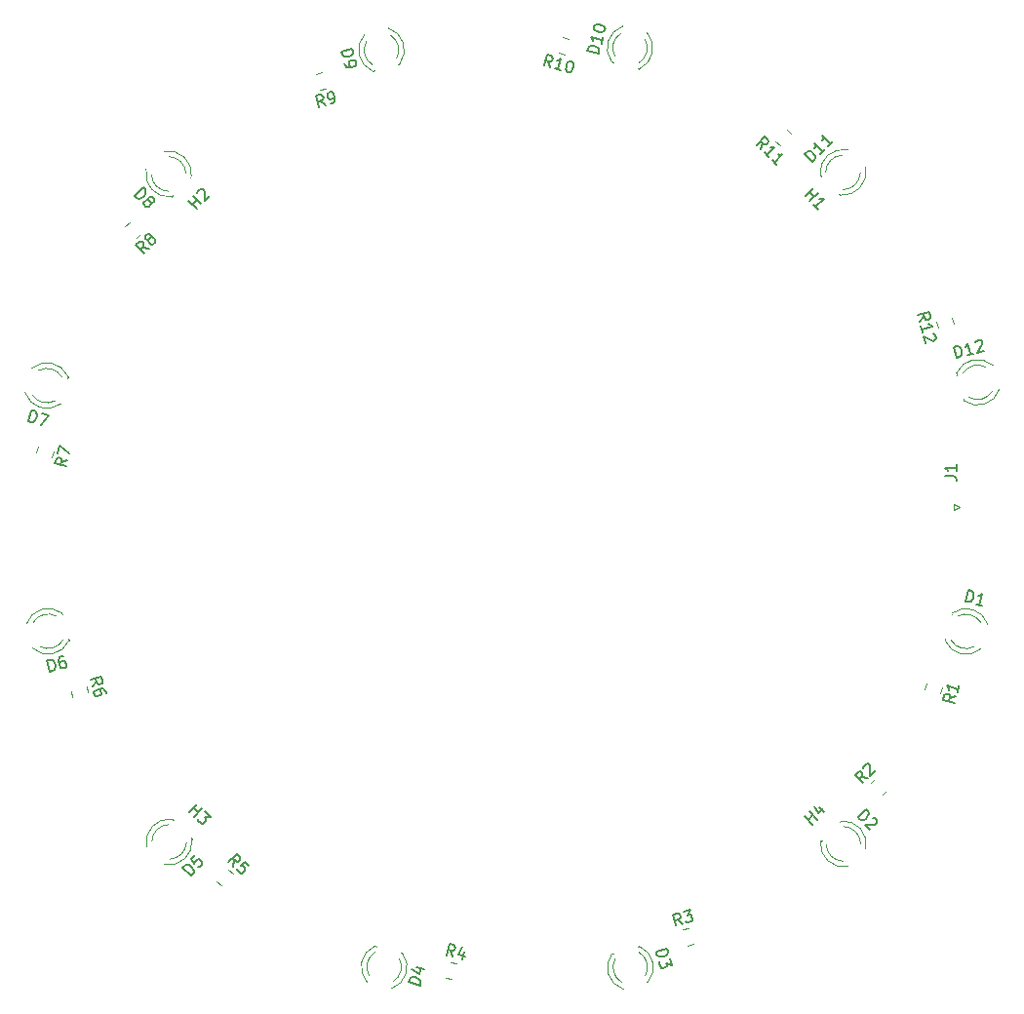
<source format=gbr>
G04 #@! TF.GenerationSoftware,KiCad,Pcbnew,5.1.5-52549c5~84~ubuntu18.04.1*
G04 #@! TF.CreationDate,2020-04-11T00:10:23+01:00*
G04 #@! TF.ProjectId,ambient,616d6269-656e-4742-9e6b-696361645f70,rev?*
G04 #@! TF.SameCoordinates,Original*
G04 #@! TF.FileFunction,Legend,Top*
G04 #@! TF.FilePolarity,Positive*
%FSLAX46Y46*%
G04 Gerber Fmt 4.6, Leading zero omitted, Abs format (unit mm)*
G04 Created by KiCad (PCBNEW 5.1.5-52549c5~84~ubuntu18.04.1) date 2020-04-11 00:10:23*
%MOMM*%
%LPD*%
G04 APERTURE LIST*
%ADD10C,0.120000*%
%ADD11C,0.150000*%
G04 APERTURE END LIST*
D10*
X187397100Y-84446038D02*
X187261866Y-83941337D01*
X188768714Y-84078515D02*
X188633480Y-83573814D01*
X174677001Y-67622883D02*
X174307535Y-67253417D01*
X173672909Y-68626975D02*
X173303443Y-68257509D01*
X155341584Y-59365570D02*
X154836883Y-59230336D01*
X154974061Y-60737184D02*
X154469360Y-60601950D01*
X133913161Y-62298337D02*
X133408460Y-62433571D01*
X134280684Y-63669951D02*
X133775983Y-63805185D01*
X117204324Y-75292669D02*
X116834858Y-75662135D01*
X118208416Y-76296761D02*
X117838950Y-76666227D01*
X109253197Y-94804863D02*
X109117963Y-95309564D01*
X110624811Y-95172386D02*
X110489577Y-95677087D01*
X112121260Y-115991804D02*
X112256494Y-116496505D01*
X113492874Y-115624281D02*
X113628108Y-116128982D01*
X124809405Y-132523864D02*
X125178871Y-132893330D01*
X125813497Y-131519772D02*
X126182963Y-131889238D01*
X144692490Y-140893249D02*
X145197191Y-141028483D01*
X145060013Y-139521635D02*
X145564714Y-139656869D01*
X165270427Y-136718277D02*
X165775128Y-136583043D01*
X165637950Y-138089891D02*
X166142651Y-137954657D01*
X181577706Y-124002615D02*
X181947172Y-123633149D01*
X182581798Y-125006707D02*
X182951264Y-124637241D01*
X186381810Y-115313888D02*
X186246576Y-115818589D01*
X187753424Y-115681411D02*
X187618190Y-116186112D01*
X189290000Y-100000000D02*
X188790000Y-99750000D01*
X188790000Y-99750000D02*
X188790000Y-100250000D01*
X188790000Y-100250000D02*
X189290000Y-100000000D01*
X189619402Y-90636086D02*
X189659778Y-90786771D01*
X189019977Y-88399002D02*
X189060353Y-88549687D01*
X192131858Y-89962708D02*
G75*
G02X190120755Y-90501749I-1285136J773579D01*
G01*
X191572895Y-87876621D02*
G75*
G03X189561706Y-88415349I-726173J-1312508D01*
G01*
X192741237Y-89798152D02*
G75*
G02X189659653Y-90786303I-1894515J609023D01*
G01*
X192182909Y-87714441D02*
G75*
G03X189020102Y-88399470I-1336187J-1474688D01*
G01*
X179579544Y-69012516D02*
G75*
G03X177182987Y-71187173I-419828J-1945212D01*
G01*
X181104928Y-70537900D02*
G75*
G02X178930271Y-72934457I-1945212J-419828D01*
G01*
X179132345Y-69457978D02*
G75*
G03X177659970Y-70930124I27371J-1499750D01*
G01*
X180659466Y-70985099D02*
G75*
G02X179187320Y-72457474I-1499750J27371D01*
G01*
X177182645Y-71186831D02*
X177292954Y-71297140D01*
X178820304Y-72824490D02*
X178930613Y-72934799D01*
X160061269Y-58265865D02*
G75*
G03X159073118Y-61347449I609023J-1894515D01*
G01*
X162144980Y-58824193D02*
G75*
G02X161459951Y-61987000I-1474688J-1336187D01*
G01*
X159896713Y-58875244D02*
G75*
G03X159357672Y-60886347I773579J-1285136D01*
G01*
X161982800Y-59434207D02*
G75*
G02X161444072Y-61445396I-1312508J-726173D01*
G01*
X159072650Y-61347324D02*
X159223335Y-61387700D01*
X161309734Y-61946749D02*
X161460419Y-61987125D01*
X137619406Y-58994168D02*
G75*
G03X138304435Y-62156975I1474688J-1336187D01*
G01*
X139703117Y-58435840D02*
G75*
G02X140691268Y-61517424I-609023J-1894515D01*
G01*
X137781586Y-59604182D02*
G75*
G03X138320314Y-61615371I1312508J-726173D01*
G01*
X139867673Y-59045219D02*
G75*
G02X140406714Y-61056322I-773579J-1285136D01*
G01*
X138303967Y-62157100D02*
X138454652Y-62116724D01*
X140541051Y-61557675D02*
X140691736Y-61517299D01*
X118671527Y-70679619D02*
G75*
G03X120846184Y-73076176I1945212J-419828D01*
G01*
X120196911Y-69154235D02*
G75*
G02X122593468Y-71328892I419828J-1945212D01*
G01*
X119116989Y-71126818D02*
G75*
G03X120589135Y-72599193I1499750J27371D01*
G01*
X120644110Y-69599697D02*
G75*
G02X122116485Y-71071843I-27371J-1499750D01*
G01*
X120845842Y-73076518D02*
X120956151Y-72966209D01*
X122483501Y-71438859D02*
X122593810Y-71328550D01*
X108153493Y-90085178D02*
G75*
G03X111235077Y-91073329I1894515J609023D01*
G01*
X108711821Y-88001467D02*
G75*
G02X111874628Y-88686496I1336187J-1474688D01*
G01*
X108762872Y-90249734D02*
G75*
G03X110773975Y-90788775I1285136J773579D01*
G01*
X109321835Y-88163647D02*
G75*
G02X111333024Y-88702375I726173J-1312508D01*
G01*
X111234952Y-91073797D02*
X111275328Y-90923112D01*
X111834377Y-88836713D02*
X111874753Y-88686028D01*
X108817091Y-112285559D02*
G75*
G03X111979898Y-111600530I1336187J1474688D01*
G01*
X108258763Y-110201848D02*
G75*
G02X111340347Y-109213697I1894515J-609023D01*
G01*
X109427105Y-112123379D02*
G75*
G03X111438294Y-111584651I726173J1312508D01*
G01*
X108868142Y-110037292D02*
G75*
G02X110879245Y-109498251I1285136J-773579D01*
G01*
X111980023Y-111600998D02*
X111939647Y-111450313D01*
X111380598Y-109363914D02*
X111340222Y-109213229D01*
X120244937Y-131043644D02*
G75*
G03X122641494Y-128868987I419828J1945212D01*
G01*
X118719553Y-129518260D02*
G75*
G02X120894210Y-127121703I1945212J419828D01*
G01*
X120692136Y-130598182D02*
G75*
G03X122164511Y-129126036I-27371J1499750D01*
G01*
X119165015Y-129071061D02*
G75*
G02X120637161Y-127598686I1499750J-27371D01*
G01*
X122641836Y-128869329D02*
X122531527Y-128759020D01*
X121004177Y-127231670D02*
X120893868Y-127121361D01*
X139933983Y-141848065D02*
G75*
G03X140922134Y-138766481I-609023J1894515D01*
G01*
X137850272Y-141289737D02*
G75*
G02X138535301Y-138126930I1474688J1336187D01*
G01*
X140098539Y-141238686D02*
G75*
G03X140637580Y-139227583I-773579J1285136D01*
G01*
X138012452Y-140679723D02*
G75*
G02X138551180Y-138668534I1312508J726173D01*
G01*
X140922602Y-138766606D02*
X140771917Y-138726230D01*
X138685518Y-138167181D02*
X138534833Y-138126805D01*
X162173187Y-141329356D02*
G75*
G03X161488158Y-138166549I-1474688J1336187D01*
G01*
X160089476Y-141887684D02*
G75*
G02X159101325Y-138806100I609023J1894515D01*
G01*
X162011007Y-140719342D02*
G75*
G03X161472279Y-138708153I-1312508J726173D01*
G01*
X159924920Y-141278305D02*
G75*
G02X159385879Y-139267202I773579J1285136D01*
G01*
X161488626Y-138166424D02*
X161337941Y-138206800D01*
X159251542Y-138765849D02*
X159100857Y-138806225D01*
X181133931Y-129691916D02*
G75*
G03X178959274Y-127295359I-1945212J419828D01*
G01*
X179608547Y-131217300D02*
G75*
G02X177211990Y-129042643I-419828J1945212D01*
G01*
X180688469Y-129244717D02*
G75*
G03X179216323Y-127772342I-1499750J-27371D01*
G01*
X179161348Y-130771838D02*
G75*
G02X177688973Y-129299692I27371J1499750D01*
G01*
X178959616Y-127295017D02*
X178849307Y-127405326D01*
X177321957Y-128932676D02*
X177211648Y-129042985D01*
X191735693Y-110212464D02*
G75*
G03X188654109Y-109224313I-1894515J-609023D01*
G01*
X191177365Y-112296175D02*
G75*
G02X188014558Y-111611146I-1336187J1474688D01*
G01*
X191126314Y-110047908D02*
G75*
G03X189115211Y-109508867I-1285136J-773579D01*
G01*
X190567351Y-112133995D02*
G75*
G02X188556162Y-111595267I-726173J1312508D01*
G01*
X188654234Y-109223845D02*
X188613858Y-109374530D01*
X188054809Y-111460929D02*
X188014433Y-111611614D01*
D11*
X176509770Y-127587266D02*
X175802663Y-126880159D01*
X176139381Y-127216877D02*
X176543442Y-126812816D01*
X176913831Y-127183205D02*
X176206724Y-126476098D01*
X177082190Y-126072037D02*
X177553594Y-126543442D01*
X176644457Y-125971022D02*
X176981175Y-126644457D01*
X177418907Y-126206724D01*
X122412733Y-126509770D02*
X123119840Y-125802663D01*
X122783122Y-126139381D02*
X123187183Y-126543442D01*
X122816794Y-126913831D02*
X123523901Y-126206724D01*
X123793275Y-126476098D02*
X124231007Y-126913831D01*
X123725931Y-126947503D01*
X123826946Y-127048518D01*
X123860618Y-127149533D01*
X123860618Y-127216877D01*
X123826946Y-127317892D01*
X123658588Y-127486251D01*
X123557572Y-127519923D01*
X123490229Y-127519923D01*
X123389214Y-127486251D01*
X123187183Y-127284220D01*
X123153511Y-127183205D01*
X123153511Y-127115862D01*
X123052496Y-74129992D02*
X122345389Y-73422885D01*
X122682107Y-73759603D02*
X123086168Y-73355542D01*
X123456557Y-73725931D02*
X122749450Y-73018824D01*
X123119840Y-72783122D02*
X123119840Y-72715779D01*
X123153511Y-72614763D01*
X123321870Y-72446405D01*
X123422885Y-72412733D01*
X123490229Y-72412733D01*
X123591244Y-72446405D01*
X123658588Y-72513748D01*
X123725931Y-72648435D01*
X123725931Y-73456557D01*
X124163664Y-73018824D01*
X175870007Y-73052496D02*
X176577114Y-72345389D01*
X176240396Y-72682107D02*
X176644457Y-73086168D01*
X176274068Y-73456557D02*
X176981175Y-72749450D01*
X176981175Y-74163664D02*
X176577114Y-73759603D01*
X176779144Y-73961633D02*
X177486251Y-73254527D01*
X177317892Y-73288198D01*
X177183205Y-73288198D01*
X177082190Y-73254527D01*
X185818161Y-83933109D02*
X186191853Y-83487887D01*
X185670265Y-83381151D02*
X186636191Y-83122332D01*
X186734788Y-83490304D01*
X186713441Y-83594622D01*
X186679770Y-83652943D01*
X186600101Y-83723589D01*
X186462112Y-83760563D01*
X186357794Y-83739216D01*
X186299473Y-83705544D01*
X186228827Y-83625876D01*
X186130229Y-83257904D01*
X186064656Y-84853038D02*
X185916759Y-84301081D01*
X185990707Y-84577060D02*
X186956633Y-84318240D01*
X186793994Y-84263222D01*
X186677352Y-84195878D01*
X186606706Y-84116210D01*
X187037186Y-84986840D02*
X187095508Y-85020512D01*
X187166153Y-85100180D01*
X187227777Y-85330163D01*
X187206430Y-85434480D01*
X187172758Y-85492802D01*
X187093090Y-85563448D01*
X187001097Y-85588097D01*
X186850783Y-85579075D01*
X186150929Y-85175014D01*
X186311150Y-85772968D01*
X172049045Y-68972234D02*
X172150060Y-68399815D01*
X171644984Y-68568173D02*
X172352091Y-67861067D01*
X172621465Y-68130441D01*
X172655137Y-68231456D01*
X172655137Y-68298799D01*
X172621465Y-68399815D01*
X172520450Y-68500830D01*
X172419434Y-68534502D01*
X172352091Y-68534502D01*
X172251076Y-68500830D01*
X171981702Y-68231456D01*
X172722480Y-69645670D02*
X172318419Y-69241609D01*
X172520450Y-69443639D02*
X173227557Y-68736532D01*
X173059198Y-68770204D01*
X172924511Y-68770204D01*
X172823496Y-68736532D01*
X173395915Y-70319105D02*
X172991854Y-69915044D01*
X173193885Y-70117074D02*
X173900992Y-69409967D01*
X173732633Y-69443639D01*
X173597946Y-69443639D01*
X173496931Y-69409967D01*
X153740383Y-61848120D02*
X153541655Y-61301883D01*
X153188426Y-61700224D02*
X153447245Y-60734298D01*
X153815217Y-60832896D01*
X153894885Y-60903541D01*
X153928557Y-60961863D01*
X153949904Y-61066180D01*
X153912929Y-61204170D01*
X153842284Y-61283838D01*
X153783962Y-61317510D01*
X153679645Y-61338857D01*
X153311673Y-61240259D01*
X154660313Y-62094615D02*
X154108355Y-61946718D01*
X154384334Y-62020666D02*
X154643153Y-61054740D01*
X154514186Y-61168080D01*
X154397544Y-61235424D01*
X154293226Y-61256771D01*
X155517086Y-61288910D02*
X155609079Y-61313560D01*
X155688747Y-61384205D01*
X155722419Y-61442527D01*
X155743766Y-61546844D01*
X155740463Y-61743155D01*
X155678840Y-61973137D01*
X155583544Y-62144798D01*
X155512899Y-62224467D01*
X155454577Y-62258138D01*
X155350260Y-62279485D01*
X155258267Y-62254836D01*
X155178599Y-62184190D01*
X155144927Y-62125869D01*
X155123580Y-62021551D01*
X155126882Y-61825241D01*
X155188506Y-61595258D01*
X155283801Y-61423597D01*
X155354447Y-61343929D01*
X155412768Y-61310257D01*
X155517086Y-61288910D01*
X134227720Y-65125641D02*
X133782497Y-64751950D01*
X133675762Y-65273538D02*
X133416943Y-64307612D01*
X133784915Y-64209014D01*
X133889232Y-64230362D01*
X133947554Y-64264033D01*
X134018199Y-64343701D01*
X134055174Y-64481691D01*
X134033827Y-64586009D01*
X134000155Y-64644330D01*
X133920487Y-64714976D01*
X133552515Y-64813573D01*
X134687684Y-65002394D02*
X134871670Y-64953095D01*
X134951338Y-64882450D01*
X134985010Y-64824128D01*
X135040029Y-64661490D01*
X135036727Y-64465179D01*
X134938129Y-64097207D01*
X134867483Y-64017539D01*
X134809162Y-63983867D01*
X134704844Y-63962520D01*
X134520858Y-64011819D01*
X134441190Y-64082465D01*
X134407518Y-64140786D01*
X134386171Y-64245104D01*
X134447795Y-64475086D01*
X134518441Y-64554754D01*
X134576762Y-64588426D01*
X134681080Y-64609773D01*
X134865065Y-64560474D01*
X134944734Y-64489828D01*
X134978405Y-64431507D01*
X134999752Y-64327190D01*
X118890393Y-77583906D02*
X118317973Y-77482891D01*
X118486332Y-77987967D02*
X117779225Y-77280861D01*
X118048599Y-77011486D01*
X118149614Y-76977815D01*
X118216958Y-76977815D01*
X118317973Y-77011486D01*
X118418988Y-77112502D01*
X118452660Y-77213517D01*
X118452660Y-77280861D01*
X118418988Y-77381876D01*
X118149614Y-77651250D01*
X118890393Y-76775784D02*
X118789378Y-76809456D01*
X118722034Y-76809456D01*
X118621019Y-76775784D01*
X118587347Y-76742112D01*
X118553675Y-76641097D01*
X118553675Y-76573754D01*
X118587347Y-76472738D01*
X118722034Y-76338051D01*
X118823050Y-76304380D01*
X118890393Y-76304380D01*
X118991408Y-76338051D01*
X119025080Y-76371723D01*
X119058752Y-76472738D01*
X119058752Y-76540082D01*
X119025080Y-76641097D01*
X118890393Y-76775784D01*
X118856721Y-76876799D01*
X118856721Y-76944143D01*
X118890393Y-77045158D01*
X119025080Y-77179845D01*
X119126095Y-77213517D01*
X119193439Y-77213517D01*
X119294454Y-77179845D01*
X119429141Y-77045158D01*
X119462813Y-76944143D01*
X119462813Y-76876799D01*
X119429141Y-76775784D01*
X119294454Y-76641097D01*
X119193439Y-76607425D01*
X119126095Y-76607425D01*
X119025080Y-76641097D01*
X111858994Y-95946098D02*
X111312757Y-96144826D01*
X111711098Y-96498056D02*
X110745172Y-96239237D01*
X110843770Y-95871265D01*
X110914416Y-95791597D01*
X110972737Y-95757925D01*
X111077054Y-95736578D01*
X111215044Y-95773552D01*
X111294712Y-95844198D01*
X111328384Y-95902519D01*
X111349731Y-96006837D01*
X111251133Y-96374808D01*
X110979342Y-95365304D02*
X111151888Y-94721353D01*
X112006891Y-95394140D01*
X113988359Y-115589439D02*
X114362050Y-115144216D01*
X113840462Y-115037481D02*
X114806388Y-114778662D01*
X114904986Y-115146634D01*
X114883638Y-115250951D01*
X114849967Y-115309273D01*
X114770299Y-115379918D01*
X114632309Y-115416893D01*
X114527991Y-115395546D01*
X114469670Y-115361874D01*
X114399024Y-115282206D01*
X114300427Y-114914234D01*
X115176129Y-116158556D02*
X115126830Y-115974570D01*
X115056185Y-115894902D01*
X114997863Y-115861230D01*
X114835224Y-115806211D01*
X114638914Y-115809514D01*
X114270942Y-115908112D01*
X114191274Y-115978757D01*
X114157602Y-116037079D01*
X114136255Y-116141396D01*
X114185554Y-116325382D01*
X114256200Y-116405050D01*
X114314521Y-116438722D01*
X114418839Y-116460069D01*
X114648821Y-116398446D01*
X114728489Y-116327800D01*
X114762161Y-116269478D01*
X114783508Y-116165161D01*
X114734209Y-115981175D01*
X114663563Y-115901507D01*
X114605242Y-115867835D01*
X114500924Y-115846488D01*
X126225177Y-131241855D02*
X126326192Y-130669435D01*
X125821116Y-130837794D02*
X126528222Y-130130687D01*
X126797597Y-130400061D01*
X126831268Y-130501076D01*
X126831268Y-130568420D01*
X126797597Y-130669435D01*
X126696581Y-130770450D01*
X126595566Y-130804122D01*
X126528222Y-130804122D01*
X126427207Y-130770450D01*
X126157833Y-130501076D01*
X127572047Y-131174512D02*
X127235329Y-130837794D01*
X126864940Y-131140840D01*
X126932284Y-131140840D01*
X127033299Y-131174512D01*
X127201658Y-131342870D01*
X127235329Y-131443886D01*
X127235329Y-131511229D01*
X127201658Y-131612244D01*
X127033299Y-131780603D01*
X126932284Y-131814275D01*
X126864940Y-131814275D01*
X126763925Y-131780603D01*
X126595566Y-131612244D01*
X126561894Y-131511229D01*
X126561894Y-131443886D01*
X145277580Y-139075110D02*
X145078852Y-138528873D01*
X144725622Y-138927214D02*
X144984441Y-137961288D01*
X145352413Y-138059886D01*
X145432081Y-138130532D01*
X145465753Y-138188853D01*
X145487100Y-138293170D01*
X145450126Y-138431160D01*
X145379480Y-138510828D01*
X145321159Y-138544500D01*
X145216841Y-138565847D01*
X144848870Y-138467249D01*
X146278063Y-138653005D02*
X146105516Y-139296955D01*
X146146678Y-138223409D02*
X145731825Y-138851733D01*
X146329779Y-139011954D01*
X165235585Y-136222791D02*
X164790362Y-135849100D01*
X164683627Y-136370688D02*
X164424808Y-135404762D01*
X164792780Y-135306164D01*
X164897097Y-135327512D01*
X164955419Y-135361183D01*
X165026064Y-135440851D01*
X165063039Y-135578841D01*
X165041692Y-135683159D01*
X165008020Y-135741480D01*
X164928352Y-135812126D01*
X164560380Y-135910723D01*
X165298741Y-135170593D02*
X165896695Y-135010371D01*
X165673317Y-135464616D01*
X165811307Y-135427642D01*
X165915624Y-135448989D01*
X165973946Y-135482661D01*
X166044592Y-135562329D01*
X166106215Y-135792311D01*
X166084868Y-135896629D01*
X166051196Y-135954950D01*
X165971528Y-136025596D01*
X165695549Y-136099544D01*
X165591232Y-136078197D01*
X165532911Y-136044526D01*
X181299789Y-123590934D02*
X180727369Y-123489919D01*
X180895728Y-123994995D02*
X180188621Y-123287889D01*
X180457995Y-123018514D01*
X180559010Y-122984843D01*
X180626354Y-122984843D01*
X180727369Y-123018514D01*
X180828384Y-123119530D01*
X180862056Y-123220545D01*
X180862056Y-123287889D01*
X180828384Y-123388904D01*
X180559010Y-123658278D01*
X180929400Y-122681797D02*
X180929400Y-122614453D01*
X180963071Y-122513438D01*
X181131430Y-122345079D01*
X181232446Y-122311408D01*
X181299789Y-122311408D01*
X181400804Y-122345079D01*
X181468148Y-122412423D01*
X181535491Y-122547110D01*
X181535491Y-123355232D01*
X181973224Y-122917499D01*
X188987607Y-116455123D02*
X188441370Y-116653851D01*
X188839711Y-117007081D02*
X187873785Y-116748262D01*
X187972383Y-116380290D01*
X188043029Y-116300622D01*
X188101350Y-116266950D01*
X188205667Y-116245603D01*
X188343657Y-116282577D01*
X188423325Y-116353223D01*
X188456997Y-116411544D01*
X188478344Y-116515862D01*
X188379746Y-116883833D01*
X189234102Y-115535194D02*
X189086205Y-116087151D01*
X189160153Y-115811172D02*
X188194228Y-115552353D01*
X188307568Y-115681320D01*
X188374911Y-115797963D01*
X188396258Y-115902280D01*
X187992380Y-97333333D02*
X188706666Y-97333333D01*
X188849523Y-97380952D01*
X188944761Y-97476190D01*
X188992380Y-97619047D01*
X188992380Y-97714285D01*
X188992380Y-96333333D02*
X188992380Y-96904761D01*
X188992380Y-96619047D02*
X187992380Y-96619047D01*
X188135238Y-96714285D01*
X188230476Y-96809523D01*
X188278095Y-96904761D01*
X189024791Y-87081234D02*
X188765972Y-86115308D01*
X188995955Y-86053685D01*
X189146269Y-86062707D01*
X189262911Y-86130051D01*
X189333557Y-86209719D01*
X189428852Y-86381380D01*
X189465827Y-86519369D01*
X189469129Y-86715680D01*
X189447782Y-86819998D01*
X189380438Y-86936640D01*
X189254774Y-87019611D01*
X189024791Y-87081234D01*
X190496678Y-86686843D02*
X189944721Y-86834740D01*
X190220700Y-86760792D02*
X189961880Y-85794866D01*
X189906862Y-85957505D01*
X189839518Y-86074147D01*
X189759850Y-86144793D01*
X190630480Y-85714313D02*
X190664152Y-85655991D01*
X190743820Y-85585346D01*
X190973803Y-85523722D01*
X191078120Y-85545069D01*
X191136442Y-85578741D01*
X191207088Y-85658409D01*
X191231737Y-85750402D01*
X191222715Y-85900716D01*
X190818654Y-86600570D01*
X191416608Y-86440349D01*
X176527931Y-70043203D02*
X175820825Y-69336096D01*
X175989183Y-69167737D01*
X176123870Y-69100394D01*
X176258557Y-69100394D01*
X176359573Y-69134066D01*
X176527931Y-69235081D01*
X176628947Y-69336096D01*
X176729962Y-69504455D01*
X176763634Y-69605470D01*
X176763634Y-69740157D01*
X176696290Y-69874844D01*
X176527931Y-70043203D01*
X177605428Y-68965707D02*
X177201367Y-69369768D01*
X177403397Y-69167737D02*
X176696290Y-68460630D01*
X176729962Y-68628989D01*
X176729962Y-68763676D01*
X176696290Y-68864692D01*
X178278863Y-68292272D02*
X177874802Y-68696333D01*
X178076832Y-68494302D02*
X177369725Y-67787195D01*
X177403397Y-67955554D01*
X177403397Y-68090241D01*
X177369725Y-68191256D01*
X157933838Y-60684270D02*
X156967912Y-60425451D01*
X157029535Y-60195469D01*
X157112506Y-60069804D01*
X157229148Y-60002461D01*
X157333466Y-59981114D01*
X157529777Y-59984416D01*
X157667766Y-60021390D01*
X157839427Y-60116686D01*
X157919095Y-60187331D01*
X157986439Y-60303974D01*
X157995461Y-60454288D01*
X157933838Y-60684270D01*
X158328229Y-59212383D02*
X158180332Y-59764341D01*
X158254280Y-59488362D02*
X157288354Y-59229543D01*
X157401694Y-59358510D01*
X157469038Y-59475152D01*
X157490385Y-59579470D01*
X157522524Y-58355610D02*
X157547174Y-58263617D01*
X157617819Y-58183949D01*
X157676141Y-58150277D01*
X157780458Y-58128930D01*
X157976769Y-58132233D01*
X158206751Y-58193856D01*
X158378412Y-58289152D01*
X158458081Y-58359797D01*
X158491752Y-58418119D01*
X158513099Y-58522436D01*
X158488450Y-58614429D01*
X158417804Y-58694097D01*
X158359483Y-58727769D01*
X158255165Y-58749116D01*
X158058855Y-58745814D01*
X157828872Y-58684190D01*
X157657211Y-58588895D01*
X157577543Y-58518249D01*
X157543871Y-58459928D01*
X157522524Y-58355610D01*
X135606953Y-60500599D02*
X136572879Y-60241780D01*
X136634502Y-60471762D01*
X136625480Y-60622076D01*
X136558137Y-60738719D01*
X136478468Y-60809365D01*
X136306807Y-60904660D01*
X136168818Y-60941634D01*
X135972507Y-60944937D01*
X135868190Y-60923590D01*
X135751547Y-60856246D01*
X135668577Y-60730581D01*
X135606953Y-60500599D01*
X135878097Y-61512521D02*
X135927396Y-61696507D01*
X135998041Y-61776175D01*
X136056363Y-61809847D01*
X136219001Y-61864866D01*
X136415312Y-61861564D01*
X136783284Y-61762966D01*
X136862952Y-61692320D01*
X136896624Y-61633999D01*
X136917971Y-61529681D01*
X136868672Y-61345695D01*
X136798026Y-61266027D01*
X136739705Y-61232355D01*
X136635387Y-61211008D01*
X136405405Y-61272632D01*
X136325737Y-61343278D01*
X136292065Y-61401599D01*
X136270718Y-61505917D01*
X136320017Y-61689902D01*
X136390663Y-61769571D01*
X136448984Y-61803242D01*
X136553301Y-61824589D01*
X117681909Y-72990452D02*
X118389015Y-72283345D01*
X118557374Y-72451704D01*
X118624718Y-72586391D01*
X118624718Y-72721078D01*
X118591046Y-72822093D01*
X118490031Y-72990452D01*
X118389015Y-73091467D01*
X118220657Y-73192483D01*
X118119641Y-73226154D01*
X117984954Y-73226154D01*
X117850267Y-73158811D01*
X117681909Y-72990452D01*
X118894092Y-73394513D02*
X118860420Y-73293498D01*
X118860420Y-73226154D01*
X118894092Y-73125139D01*
X118927764Y-73091467D01*
X119028779Y-73057795D01*
X119096122Y-73057795D01*
X119197138Y-73091467D01*
X119331825Y-73226154D01*
X119365496Y-73327170D01*
X119365496Y-73394513D01*
X119331825Y-73495528D01*
X119298153Y-73529200D01*
X119197138Y-73562872D01*
X119129794Y-73562872D01*
X119028779Y-73529200D01*
X118894092Y-73394513D01*
X118793077Y-73360841D01*
X118725733Y-73360841D01*
X118624718Y-73394513D01*
X118490031Y-73529200D01*
X118456359Y-73630215D01*
X118456359Y-73697559D01*
X118490031Y-73798574D01*
X118624718Y-73933261D01*
X118725733Y-73966933D01*
X118793077Y-73966933D01*
X118894092Y-73933261D01*
X119028779Y-73798574D01*
X119062451Y-73697559D01*
X119062451Y-73630215D01*
X119028779Y-73529200D01*
X108451873Y-92581228D02*
X108710692Y-91615302D01*
X108940675Y-91676926D01*
X109066340Y-91759896D01*
X109133683Y-91876539D01*
X109155030Y-91980856D01*
X109151728Y-92177167D01*
X109114754Y-92315156D01*
X109019458Y-92486817D01*
X108948812Y-92566486D01*
X108832170Y-92633829D01*
X108681856Y-92642851D01*
X108451873Y-92581228D01*
X109584625Y-91849472D02*
X110228576Y-92022018D01*
X109555789Y-92877021D01*
X110323522Y-114298011D02*
X110064703Y-113332085D01*
X110294685Y-113270462D01*
X110444999Y-113279484D01*
X110561642Y-113346827D01*
X110632288Y-113426496D01*
X110727583Y-113598157D01*
X110764557Y-113736146D01*
X110767860Y-113932457D01*
X110746513Y-114036774D01*
X110679169Y-114153417D01*
X110553504Y-114236387D01*
X110323522Y-114298011D01*
X111444597Y-112962344D02*
X111260611Y-113011643D01*
X111180943Y-113082288D01*
X111147271Y-113140610D01*
X111092252Y-113303249D01*
X111095555Y-113499559D01*
X111194153Y-113867531D01*
X111264798Y-113947199D01*
X111323120Y-113980871D01*
X111427437Y-114002218D01*
X111611423Y-113952919D01*
X111691091Y-113882273D01*
X111724763Y-113823952D01*
X111746110Y-113719634D01*
X111684487Y-113489652D01*
X111613841Y-113409984D01*
X111555519Y-113376312D01*
X111451202Y-113354965D01*
X111267216Y-113404264D01*
X111187548Y-113474910D01*
X111153876Y-113533231D01*
X111132529Y-113637549D01*
X122555770Y-132033261D02*
X121848663Y-131326155D01*
X122017022Y-131157796D01*
X122151709Y-131090452D01*
X122286396Y-131090452D01*
X122387411Y-131124124D01*
X122555770Y-131225139D01*
X122656785Y-131326155D01*
X122757801Y-131494513D01*
X122791472Y-131595529D01*
X122791472Y-131730216D01*
X122724129Y-131864903D01*
X122555770Y-132033261D01*
X122892488Y-130282330D02*
X122555770Y-130619048D01*
X122858816Y-130989437D01*
X122858816Y-130922093D01*
X122892488Y-130821078D01*
X123060846Y-130652719D01*
X123161862Y-130619048D01*
X123229205Y-130619048D01*
X123330220Y-130652719D01*
X123498579Y-130821078D01*
X123532251Y-130922093D01*
X123532251Y-130989437D01*
X123498579Y-131090452D01*
X123330220Y-131258811D01*
X123229205Y-131292483D01*
X123161862Y-131292483D01*
X142430033Y-141549684D02*
X141464107Y-141290865D01*
X141525731Y-141060882D01*
X141608701Y-140935217D01*
X141725344Y-140867874D01*
X141829661Y-140846527D01*
X142025972Y-140849829D01*
X142163961Y-140886803D01*
X142335622Y-140982099D01*
X142415291Y-141052745D01*
X142482634Y-141169387D01*
X142491656Y-141319701D01*
X142430033Y-141549684D01*
X142155824Y-139997243D02*
X142799774Y-140169790D01*
X141726228Y-140128628D02*
X142354552Y-140543481D01*
X142514773Y-139945527D01*
X162929640Y-138631203D02*
X163895566Y-138372384D01*
X163957189Y-138602366D01*
X163948167Y-138752680D01*
X163880824Y-138869323D01*
X163801155Y-138939969D01*
X163629494Y-139035264D01*
X163491505Y-139072238D01*
X163295194Y-139075541D01*
X163190877Y-139054194D01*
X163074234Y-138986850D01*
X162991264Y-138861185D01*
X162929640Y-138631203D01*
X164129735Y-139246317D02*
X164289957Y-139844271D01*
X163835712Y-139620893D01*
X163872686Y-139758883D01*
X163851339Y-139863200D01*
X163817667Y-139921522D01*
X163737999Y-139992168D01*
X163508017Y-140053791D01*
X163403699Y-140032444D01*
X163345378Y-139998772D01*
X163274732Y-139919104D01*
X163200784Y-139643125D01*
X163222131Y-139538808D01*
X163255802Y-139480487D01*
X180439961Y-126977021D02*
X181147067Y-126269914D01*
X181315426Y-126438273D01*
X181382770Y-126572960D01*
X181382770Y-126707647D01*
X181349098Y-126808662D01*
X181248083Y-126977021D01*
X181147067Y-127078036D01*
X180978709Y-127179052D01*
X180877693Y-127212723D01*
X180743006Y-127212723D01*
X180608319Y-127145380D01*
X180439961Y-126977021D01*
X181753159Y-127010693D02*
X181820503Y-127010693D01*
X181921518Y-127044364D01*
X182089877Y-127212723D01*
X182123548Y-127313739D01*
X182123548Y-127381082D01*
X182089877Y-127482097D01*
X182022533Y-127549441D01*
X181887846Y-127616784D01*
X181079724Y-127616784D01*
X181517457Y-128054517D01*
X189777251Y-108208280D02*
X190036070Y-107242354D01*
X190266053Y-107303978D01*
X190391718Y-107386948D01*
X190459061Y-107503591D01*
X190480408Y-107607908D01*
X190477106Y-107804219D01*
X190440132Y-107942208D01*
X190344836Y-108113869D01*
X190274190Y-108193538D01*
X190157548Y-108260881D01*
X190007234Y-108269903D01*
X189777251Y-108208280D01*
X191249138Y-108602671D02*
X190697181Y-108454774D01*
X190973160Y-108528722D02*
X191231979Y-107562797D01*
X191103012Y-107676137D01*
X190986369Y-107743480D01*
X190882052Y-107764827D01*
M02*

</source>
